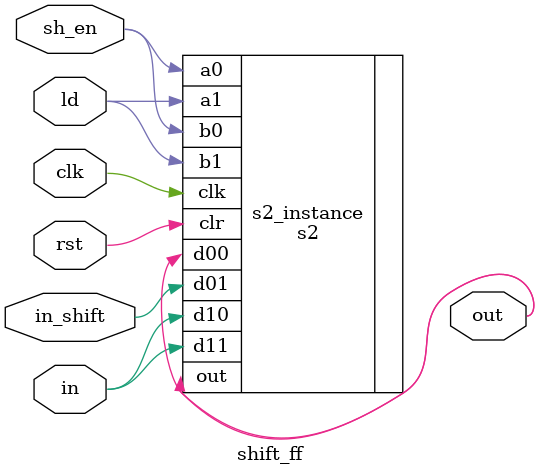
<source format=v>
module shift_ff (
    input clk, rst,
    input sh_en, ld,
    input in,
    input in_shift,
    output out
);

    s2 s2_instance(.d00(out), .d01(in_shift), .d10(in), .d11(in),
    .a1(ld), .b1(ld),
    .a0(sh_en), .b0(sh_en),
    .clr(rst),
    .clk(clk),
    .out(out));

endmodule
</source>
